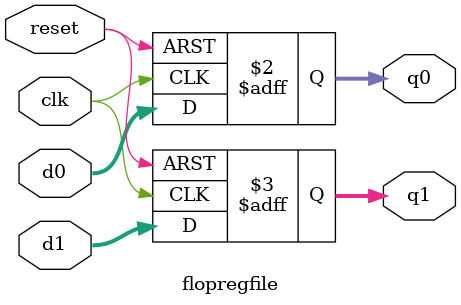
<source format=v>
module flopregfile (
	clk,
	reset,
	d0,
    d1,
	q0,
    q1
);
	parameter WIDTH = 8;
	input wire clk;
	input wire reset;
	input wire [WIDTH - 1:0] d0;
    input wire [WIDTH - 1:0] d1;
	output reg [WIDTH - 1:0] q0;
    output reg [WIDTH - 1:0] q1;
	always @(posedge clk or posedge reset) begin
		if (reset)
		    begin
			q0 <= 0;
            q1 <= 0;
            end
		else 
		begin
			q0 <= d0;
            q1 <= d1;
        end
    end
endmodule
</source>
